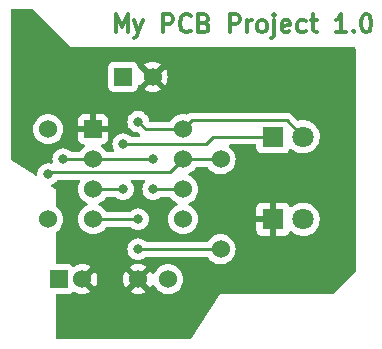
<source format=gbr>
%TF.GenerationSoftware,KiCad,Pcbnew,(6.0.7)*%
%TF.CreationDate,2022-09-05T15:15:59+09:00*%
%TF.ProjectId,IC555Demo,49433535-3544-4656-9d6f-2e6b69636164,rev?*%
%TF.SameCoordinates,Original*%
%TF.FileFunction,Copper,L1,Top*%
%TF.FilePolarity,Positive*%
%FSLAX46Y46*%
G04 Gerber Fmt 4.6, Leading zero omitted, Abs format (unit mm)*
G04 Created by KiCad (PCBNEW (6.0.7)) date 2022-09-05 15:15:59*
%MOMM*%
%LPD*%
G01*
G04 APERTURE LIST*
%ADD10C,0.300000*%
%TA.AperFunction,NonConductor*%
%ADD11C,0.300000*%
%TD*%
%TA.AperFunction,ComponentPad*%
%ADD12R,1.524000X1.524000*%
%TD*%
%TA.AperFunction,ComponentPad*%
%ADD13C,1.524000*%
%TD*%
%TA.AperFunction,ComponentPad*%
%ADD14R,1.800000X1.800000*%
%TD*%
%TA.AperFunction,ComponentPad*%
%ADD15C,1.800000*%
%TD*%
%TA.AperFunction,ViaPad*%
%ADD16C,0.800000*%
%TD*%
%TA.AperFunction,Conductor*%
%ADD17C,0.250000*%
%TD*%
G04 APERTURE END LIST*
D10*
D11*
X153044285Y-58463571D02*
X153044285Y-56963571D01*
X153544285Y-58035000D01*
X154044285Y-56963571D01*
X154044285Y-58463571D01*
X154615714Y-57463571D02*
X154972857Y-58463571D01*
X155330000Y-57463571D02*
X154972857Y-58463571D01*
X154830000Y-58820714D01*
X154758571Y-58892142D01*
X154615714Y-58963571D01*
X157044285Y-58463571D02*
X157044285Y-56963571D01*
X157615714Y-56963571D01*
X157758571Y-57035000D01*
X157830000Y-57106428D01*
X157901428Y-57249285D01*
X157901428Y-57463571D01*
X157830000Y-57606428D01*
X157758571Y-57677857D01*
X157615714Y-57749285D01*
X157044285Y-57749285D01*
X159401428Y-58320714D02*
X159330000Y-58392142D01*
X159115714Y-58463571D01*
X158972857Y-58463571D01*
X158758571Y-58392142D01*
X158615714Y-58249285D01*
X158544285Y-58106428D01*
X158472857Y-57820714D01*
X158472857Y-57606428D01*
X158544285Y-57320714D01*
X158615714Y-57177857D01*
X158758571Y-57035000D01*
X158972857Y-56963571D01*
X159115714Y-56963571D01*
X159330000Y-57035000D01*
X159401428Y-57106428D01*
X160544285Y-57677857D02*
X160758571Y-57749285D01*
X160830000Y-57820714D01*
X160901428Y-57963571D01*
X160901428Y-58177857D01*
X160830000Y-58320714D01*
X160758571Y-58392142D01*
X160615714Y-58463571D01*
X160044285Y-58463571D01*
X160044285Y-56963571D01*
X160544285Y-56963571D01*
X160687142Y-57035000D01*
X160758571Y-57106428D01*
X160830000Y-57249285D01*
X160830000Y-57392142D01*
X160758571Y-57535000D01*
X160687142Y-57606428D01*
X160544285Y-57677857D01*
X160044285Y-57677857D01*
X162687142Y-58463571D02*
X162687142Y-56963571D01*
X163258571Y-56963571D01*
X163401428Y-57035000D01*
X163472857Y-57106428D01*
X163544285Y-57249285D01*
X163544285Y-57463571D01*
X163472857Y-57606428D01*
X163401428Y-57677857D01*
X163258571Y-57749285D01*
X162687142Y-57749285D01*
X164187142Y-58463571D02*
X164187142Y-57463571D01*
X164187142Y-57749285D02*
X164258571Y-57606428D01*
X164330000Y-57535000D01*
X164472857Y-57463571D01*
X164615714Y-57463571D01*
X165330000Y-58463571D02*
X165187142Y-58392142D01*
X165115714Y-58320714D01*
X165044285Y-58177857D01*
X165044285Y-57749285D01*
X165115714Y-57606428D01*
X165187142Y-57535000D01*
X165330000Y-57463571D01*
X165544285Y-57463571D01*
X165687142Y-57535000D01*
X165758571Y-57606428D01*
X165830000Y-57749285D01*
X165830000Y-58177857D01*
X165758571Y-58320714D01*
X165687142Y-58392142D01*
X165544285Y-58463571D01*
X165330000Y-58463571D01*
X166472857Y-57463571D02*
X166472857Y-58749285D01*
X166401428Y-58892142D01*
X166258571Y-58963571D01*
X166187142Y-58963571D01*
X166472857Y-56963571D02*
X166401428Y-57035000D01*
X166472857Y-57106428D01*
X166544285Y-57035000D01*
X166472857Y-56963571D01*
X166472857Y-57106428D01*
X167758571Y-58392142D02*
X167615714Y-58463571D01*
X167330000Y-58463571D01*
X167187142Y-58392142D01*
X167115714Y-58249285D01*
X167115714Y-57677857D01*
X167187142Y-57535000D01*
X167330000Y-57463571D01*
X167615714Y-57463571D01*
X167758571Y-57535000D01*
X167830000Y-57677857D01*
X167830000Y-57820714D01*
X167115714Y-57963571D01*
X169115714Y-58392142D02*
X168972857Y-58463571D01*
X168687142Y-58463571D01*
X168544285Y-58392142D01*
X168472857Y-58320714D01*
X168401428Y-58177857D01*
X168401428Y-57749285D01*
X168472857Y-57606428D01*
X168544285Y-57535000D01*
X168687142Y-57463571D01*
X168972857Y-57463571D01*
X169115714Y-57535000D01*
X169544285Y-57463571D02*
X170115714Y-57463571D01*
X169758571Y-56963571D02*
X169758571Y-58249285D01*
X169830000Y-58392142D01*
X169972857Y-58463571D01*
X170115714Y-58463571D01*
X172544285Y-58463571D02*
X171687142Y-58463571D01*
X172115714Y-58463571D02*
X172115714Y-56963571D01*
X171972857Y-57177857D01*
X171830000Y-57320714D01*
X171687142Y-57392142D01*
X173187142Y-58320714D02*
X173258571Y-58392142D01*
X173187142Y-58463571D01*
X173115714Y-58392142D01*
X173187142Y-58320714D01*
X173187142Y-58463571D01*
X174187142Y-56963571D02*
X174330000Y-56963571D01*
X174472857Y-57035000D01*
X174544285Y-57106428D01*
X174615714Y-57249285D01*
X174687142Y-57535000D01*
X174687142Y-57892142D01*
X174615714Y-58177857D01*
X174544285Y-58320714D01*
X174472857Y-58392142D01*
X174330000Y-58463571D01*
X174187142Y-58463571D01*
X174044285Y-58392142D01*
X173972857Y-58320714D01*
X173901428Y-58177857D01*
X173830000Y-57892142D01*
X173830000Y-57535000D01*
X173901428Y-57249285D01*
X173972857Y-57106428D01*
X174044285Y-57035000D01*
X174187142Y-56963571D01*
D12*
%TO.P,U1,1,GND*%
%TO.N,GND*%
X151130000Y-66675000D03*
D13*
%TO.P,U1,2,TRIGGER*%
%TO.N,Net-(C2-Pad1)*%
X151130000Y-69215000D03*
%TO.P,U1,3,OUTPUT*%
%TO.N,Net-(D1-Pad2)*%
X151130000Y-71755000D03*
%TO.P,U1,4,RESET*%
%TO.N,+5V*%
X151130000Y-74295000D03*
%TO.P,U1,5,CONTROL_VOLTAGE*%
%TO.N,Net-(C1-Pad1)*%
X158750000Y-74295000D03*
%TO.P,U1,6,THRESHOLD*%
%TO.N,Net-(C2-Pad1)*%
X158750000Y-71755000D03*
%TO.P,U1,7,DISCHARGE*%
%TO.N,Net-(R1-Pad2)*%
X158750000Y-69215000D03*
%TO.P,U1,8,VCC*%
%TO.N,+5V*%
X158750000Y-66675000D03*
%TD*%
%TO.P,R2,1*%
%TO.N,Net-(R1-Pad2)*%
X147320000Y-66675000D03*
%TO.P,R2,2*%
%TO.N,Net-(C2-Pad1)*%
X147320000Y-74295000D03*
%TD*%
D12*
%TO.P,C2,1*%
%TO.N,Net-(C2-Pad1)*%
X148225000Y-79375000D03*
D13*
%TO.P,C2,2*%
%TO.N,GND*%
X150225000Y-79375000D03*
%TD*%
D14*
%TO.P,D1,1*%
%TO.N,GND*%
X166365000Y-74295000D03*
D15*
%TO.P,D1,2*%
%TO.N,Net-(D1-Pad2)*%
X168905000Y-74295000D03*
%TD*%
D13*
%TO.P,R1,1*%
%TO.N,+5V*%
X161925000Y-76835000D03*
%TO.P,R1,2*%
%TO.N,Net-(R1-Pad2)*%
X161925000Y-69215000D03*
%TD*%
%TO.P,C1,1*%
%TO.N,Net-(C1-Pad1)*%
X157480000Y-79375000D03*
%TO.P,C1,2*%
%TO.N,GND*%
X154940000Y-79375000D03*
%TD*%
D14*
%TO.P,D2,1*%
%TO.N,Net-(D1-Pad2)*%
X166370000Y-67310000D03*
D15*
%TO.P,D2,2*%
%TO.N,+5V*%
X168910000Y-67310000D03*
%TD*%
D12*
%TO.P,J1,1*%
%TO.N,+5V*%
X153670000Y-62230000D03*
D13*
%TO.P,J1,2*%
%TO.N,GND*%
X156170000Y-62230000D03*
%TD*%
D16*
%TO.N,Net-(C2-Pad1)*%
X156210000Y-69215000D03*
X156210000Y-71755000D03*
X148590000Y-69215000D03*
%TO.N,Net-(D1-Pad2)*%
X153670000Y-67945000D03*
X153670000Y-71755000D03*
%TO.N,+5V*%
X154940000Y-76835000D03*
X154940000Y-66040000D03*
X154940000Y-74295000D03*
%TO.N,Net-(R1-Pad2)*%
X147320000Y-70485000D03*
%TD*%
D17*
%TO.N,Net-(C2-Pad1)*%
X148590000Y-69215000D02*
X151130000Y-69215000D01*
X156210000Y-71755000D02*
X158750000Y-71755000D01*
X151130000Y-69215000D02*
X156210000Y-69215000D01*
%TO.N,Net-(D1-Pad2)*%
X161290000Y-67310000D02*
X166370000Y-67310000D01*
X160655000Y-67945000D02*
X161290000Y-67310000D01*
X153670000Y-67945000D02*
X160655000Y-67945000D01*
X153670000Y-71755000D02*
X151130000Y-71755000D01*
%TO.N,+5V*%
X161925000Y-76835000D02*
X154940000Y-76835000D01*
X155575000Y-66675000D02*
X158750000Y-66675000D01*
X167513001Y-65913001D02*
X159511999Y-65913001D01*
X151130000Y-74295000D02*
X154940000Y-74295000D01*
X168910000Y-67310000D02*
X167513001Y-65913001D01*
X159511999Y-65913001D02*
X158750000Y-66675000D01*
X154940000Y-66040000D02*
X155575000Y-66675000D01*
%TO.N,Net-(R1-Pad2)*%
X147503000Y-70302000D02*
X147320000Y-70485000D01*
X158750000Y-69215000D02*
X157663000Y-70302000D01*
X161925000Y-69215000D02*
X158750000Y-69215000D01*
X157663000Y-70302000D02*
X147503000Y-70302000D01*
%TD*%
%TA.AperFunction,Conductor*%
%TO.N,GND*%
G36*
X146065931Y-56535002D02*
G01*
X146086905Y-56551905D01*
X149225000Y-59690000D01*
X151947895Y-59690000D01*
X152016016Y-59710002D01*
X152028643Y-59719455D01*
X152028643Y-59726000D01*
X173229000Y-59726000D01*
X173297121Y-59746002D01*
X173343614Y-59799658D01*
X173355000Y-59852000D01*
X173355000Y-78687810D01*
X173334998Y-78755931D01*
X173318095Y-78776905D01*
X171486905Y-80608095D01*
X171424593Y-80642121D01*
X171397810Y-80645000D01*
X161925000Y-80645000D01*
X161917782Y-80655827D01*
X161917781Y-80655828D01*
X159422405Y-84398892D01*
X159367976Y-84444477D01*
X159317567Y-84455000D01*
X148081000Y-84455000D01*
X148012879Y-84434998D01*
X147966386Y-84381342D01*
X147955000Y-84329000D01*
X147955000Y-80771500D01*
X147975002Y-80703379D01*
X148028658Y-80656886D01*
X148081000Y-80645500D01*
X149035134Y-80645500D01*
X149097316Y-80638745D01*
X149233705Y-80587615D01*
X149350261Y-80500261D01*
X149369198Y-80474993D01*
X149426057Y-80432480D01*
X149496875Y-80427455D01*
X149542295Y-80447347D01*
X149583072Y-80475900D01*
X149592561Y-80481379D01*
X149783993Y-80570645D01*
X149794285Y-80574391D01*
X149998309Y-80629059D01*
X150009104Y-80630962D01*
X150219525Y-80649372D01*
X150230475Y-80649372D01*
X150440896Y-80630962D01*
X150451691Y-80629059D01*
X150655715Y-80574391D01*
X150666007Y-80570645D01*
X150857445Y-80481376D01*
X150866931Y-80475898D01*
X150910764Y-80445207D01*
X150919139Y-80434729D01*
X150918639Y-80433777D01*
X154245777Y-80433777D01*
X154255074Y-80445793D01*
X154298069Y-80475898D01*
X154307555Y-80481376D01*
X154498993Y-80570645D01*
X154509285Y-80574391D01*
X154713309Y-80629059D01*
X154724104Y-80630962D01*
X154934525Y-80649372D01*
X154945475Y-80649372D01*
X155155896Y-80630962D01*
X155166691Y-80629059D01*
X155370715Y-80574391D01*
X155381007Y-80570645D01*
X155572445Y-80481376D01*
X155581931Y-80475898D01*
X155625764Y-80445207D01*
X155634139Y-80434729D01*
X155627071Y-80421281D01*
X154952812Y-79747022D01*
X154938868Y-79739408D01*
X154937035Y-79739539D01*
X154930420Y-79743790D01*
X154252207Y-80422003D01*
X154245777Y-80433777D01*
X150918639Y-80433777D01*
X150912071Y-80421281D01*
X149954885Y-79464095D01*
X149920859Y-79401783D01*
X149922694Y-79376132D01*
X150589408Y-79376132D01*
X150589539Y-79377965D01*
X150593790Y-79384580D01*
X151272003Y-80062793D01*
X151283777Y-80069223D01*
X151295793Y-80059926D01*
X151325897Y-80016932D01*
X151331377Y-80007441D01*
X151420645Y-79816007D01*
X151424391Y-79805715D01*
X151479059Y-79601691D01*
X151480962Y-79590896D01*
X151499372Y-79380475D01*
X153665628Y-79380475D01*
X153684038Y-79590896D01*
X153685941Y-79601691D01*
X153740609Y-79805715D01*
X153744355Y-79816007D01*
X153833623Y-80007441D01*
X153839103Y-80016932D01*
X153869794Y-80060765D01*
X153880271Y-80069140D01*
X153893718Y-80062072D01*
X154567978Y-79387812D01*
X154574356Y-79376132D01*
X155304408Y-79376132D01*
X155304539Y-79377965D01*
X155308790Y-79384580D01*
X155987003Y-80062793D01*
X155998777Y-80069223D01*
X156010793Y-80059926D01*
X156040897Y-80016932D01*
X156046377Y-80007441D01*
X156095529Y-79902035D01*
X156142447Y-79848750D01*
X156210724Y-79829289D01*
X156278684Y-79849831D01*
X156323919Y-79902035D01*
X156373186Y-80007689D01*
X156373189Y-80007694D01*
X156375512Y-80012676D01*
X156378668Y-80017183D01*
X156378669Y-80017185D01*
X156415107Y-80069223D01*
X156503023Y-80194781D01*
X156660219Y-80351977D01*
X156664727Y-80355134D01*
X156664730Y-80355136D01*
X156705531Y-80383705D01*
X156842323Y-80479488D01*
X156847305Y-80481811D01*
X156847310Y-80481814D01*
X157037810Y-80570645D01*
X157043804Y-80573440D01*
X157049112Y-80574862D01*
X157049114Y-80574863D01*
X157096705Y-80587615D01*
X157258537Y-80630978D01*
X157480000Y-80650353D01*
X157701463Y-80630978D01*
X157863295Y-80587615D01*
X157910886Y-80574863D01*
X157910888Y-80574862D01*
X157916196Y-80573440D01*
X157922190Y-80570645D01*
X158112690Y-80481814D01*
X158112695Y-80481811D01*
X158117677Y-80479488D01*
X158254469Y-80383705D01*
X158295270Y-80355136D01*
X158295273Y-80355134D01*
X158299781Y-80351977D01*
X158456977Y-80194781D01*
X158544894Y-80069223D01*
X158581331Y-80017185D01*
X158581332Y-80017183D01*
X158584488Y-80012676D01*
X158586811Y-80007694D01*
X158586814Y-80007689D01*
X158676117Y-79816178D01*
X158676118Y-79816177D01*
X158678440Y-79811196D01*
X158735978Y-79596463D01*
X158755353Y-79375000D01*
X158735978Y-79153537D01*
X158678440Y-78938804D01*
X158593165Y-78755931D01*
X158586814Y-78742311D01*
X158586811Y-78742306D01*
X158584488Y-78737324D01*
X158581331Y-78732815D01*
X158460136Y-78559730D01*
X158460134Y-78559727D01*
X158456977Y-78555219D01*
X158299781Y-78398023D01*
X158295273Y-78394866D01*
X158295270Y-78394864D01*
X158219505Y-78341813D01*
X158117677Y-78270512D01*
X158112695Y-78268189D01*
X158112690Y-78268186D01*
X157921178Y-78178883D01*
X157921177Y-78178882D01*
X157916196Y-78176560D01*
X157910888Y-78175138D01*
X157910886Y-78175137D01*
X157845051Y-78157497D01*
X157701463Y-78119022D01*
X157480000Y-78099647D01*
X157258537Y-78119022D01*
X157114949Y-78157497D01*
X157049114Y-78175137D01*
X157049112Y-78175138D01*
X157043804Y-78176560D01*
X157038823Y-78178882D01*
X157038822Y-78178883D01*
X156847311Y-78268186D01*
X156847306Y-78268189D01*
X156842324Y-78270512D01*
X156837817Y-78273668D01*
X156837815Y-78273669D01*
X156664730Y-78394864D01*
X156664727Y-78394866D01*
X156660219Y-78398023D01*
X156503023Y-78555219D01*
X156499866Y-78559727D01*
X156499864Y-78559730D01*
X156378669Y-78732815D01*
X156375512Y-78737324D01*
X156373189Y-78742306D01*
X156373186Y-78742311D01*
X156323919Y-78847965D01*
X156277001Y-78901250D01*
X156208724Y-78920711D01*
X156140764Y-78900169D01*
X156095529Y-78847965D01*
X156046377Y-78742559D01*
X156040897Y-78733068D01*
X156010206Y-78689235D01*
X155999729Y-78680860D01*
X155986282Y-78687928D01*
X155312022Y-79362188D01*
X155304408Y-79376132D01*
X154574356Y-79376132D01*
X154575592Y-79373868D01*
X154575461Y-79372035D01*
X154571210Y-79365420D01*
X153892997Y-78687207D01*
X153881223Y-78680777D01*
X153869207Y-78690074D01*
X153839103Y-78733068D01*
X153833623Y-78742559D01*
X153744355Y-78933993D01*
X153740609Y-78944285D01*
X153685941Y-79148309D01*
X153684038Y-79159104D01*
X153665628Y-79369525D01*
X153665628Y-79380475D01*
X151499372Y-79380475D01*
X151499372Y-79369525D01*
X151480962Y-79159104D01*
X151479059Y-79148309D01*
X151424391Y-78944285D01*
X151420645Y-78933993D01*
X151331377Y-78742559D01*
X151325897Y-78733068D01*
X151295206Y-78689235D01*
X151284729Y-78680860D01*
X151271282Y-78687928D01*
X150597022Y-79362188D01*
X150589408Y-79376132D01*
X149922694Y-79376132D01*
X149925924Y-79330968D01*
X149954885Y-79285905D01*
X150912793Y-78327997D01*
X150919223Y-78316223D01*
X150918486Y-78315271D01*
X154245860Y-78315271D01*
X154252928Y-78328718D01*
X154927188Y-79002978D01*
X154941132Y-79010592D01*
X154942965Y-79010461D01*
X154949580Y-79006210D01*
X155627793Y-78327997D01*
X155634223Y-78316223D01*
X155624926Y-78304207D01*
X155581931Y-78274102D01*
X155572445Y-78268624D01*
X155381007Y-78179355D01*
X155370715Y-78175609D01*
X155166691Y-78120941D01*
X155155896Y-78119038D01*
X154945475Y-78100628D01*
X154934525Y-78100628D01*
X154724104Y-78119038D01*
X154713309Y-78120941D01*
X154509285Y-78175609D01*
X154498993Y-78179355D01*
X154307559Y-78268623D01*
X154298068Y-78274103D01*
X154254235Y-78304794D01*
X154245860Y-78315271D01*
X150918486Y-78315271D01*
X150909926Y-78304207D01*
X150866931Y-78274102D01*
X150857445Y-78268624D01*
X150666007Y-78179355D01*
X150655715Y-78175609D01*
X150451691Y-78120941D01*
X150440896Y-78119038D01*
X150230475Y-78100628D01*
X150219525Y-78100628D01*
X150009104Y-78119038D01*
X149998309Y-78120941D01*
X149794285Y-78175609D01*
X149783993Y-78179355D01*
X149592556Y-78268624D01*
X149583072Y-78274101D01*
X149542292Y-78302654D01*
X149475018Y-78325341D01*
X149406158Y-78308055D01*
X149369199Y-78275008D01*
X149350261Y-78249739D01*
X149233705Y-78162385D01*
X149097316Y-78111255D01*
X149035134Y-78104500D01*
X148081000Y-78104500D01*
X148012879Y-78084498D01*
X147966386Y-78030842D01*
X147955000Y-77978500D01*
X147955000Y-76835000D01*
X154026496Y-76835000D01*
X154046458Y-77024928D01*
X154105473Y-77206556D01*
X154200960Y-77371944D01*
X154328747Y-77513866D01*
X154483248Y-77626118D01*
X154489276Y-77628802D01*
X154489278Y-77628803D01*
X154547626Y-77654781D01*
X154657712Y-77703794D01*
X154751113Y-77723647D01*
X154838056Y-77742128D01*
X154838061Y-77742128D01*
X154844513Y-77743500D01*
X155035487Y-77743500D01*
X155041939Y-77742128D01*
X155041944Y-77742128D01*
X155128887Y-77723647D01*
X155222288Y-77703794D01*
X155332374Y-77654781D01*
X155390722Y-77628803D01*
X155390724Y-77628802D01*
X155396752Y-77626118D01*
X155551253Y-77513866D01*
X155555668Y-77508963D01*
X155560580Y-77504540D01*
X155561705Y-77505789D01*
X155615014Y-77472949D01*
X155648200Y-77468500D01*
X160751996Y-77468500D01*
X160820117Y-77488502D01*
X160855209Y-77522229D01*
X160948023Y-77654781D01*
X161105219Y-77811977D01*
X161109727Y-77815134D01*
X161109730Y-77815136D01*
X161185495Y-77868187D01*
X161287323Y-77939488D01*
X161292305Y-77941811D01*
X161292310Y-77941814D01*
X161483822Y-78031117D01*
X161488804Y-78033440D01*
X161494112Y-78034862D01*
X161494114Y-78034863D01*
X161559949Y-78052503D01*
X161703537Y-78090978D01*
X161925000Y-78110353D01*
X162146463Y-78090978D01*
X162290051Y-78052503D01*
X162355886Y-78034863D01*
X162355888Y-78034862D01*
X162361196Y-78033440D01*
X162366178Y-78031117D01*
X162557690Y-77941814D01*
X162557695Y-77941811D01*
X162562677Y-77939488D01*
X162664505Y-77868187D01*
X162740270Y-77815136D01*
X162740273Y-77815134D01*
X162744781Y-77811977D01*
X162901977Y-77654781D01*
X162997931Y-77517745D01*
X163026331Y-77477185D01*
X163026332Y-77477183D01*
X163029488Y-77472676D01*
X163031811Y-77467694D01*
X163031814Y-77467689D01*
X163121117Y-77276178D01*
X163121118Y-77276177D01*
X163123440Y-77271196D01*
X163180978Y-77056463D01*
X163200353Y-76835000D01*
X163180978Y-76613537D01*
X163123440Y-76398804D01*
X163079127Y-76303774D01*
X163031814Y-76202311D01*
X163031811Y-76202306D01*
X163029488Y-76197324D01*
X163026331Y-76192815D01*
X162905136Y-76019730D01*
X162905134Y-76019727D01*
X162901977Y-76015219D01*
X162744781Y-75858023D01*
X162740273Y-75854866D01*
X162740270Y-75854864D01*
X162664505Y-75801813D01*
X162562677Y-75730512D01*
X162557695Y-75728189D01*
X162557690Y-75728186D01*
X162366178Y-75638883D01*
X162366177Y-75638882D01*
X162361196Y-75636560D01*
X162355888Y-75635138D01*
X162355886Y-75635137D01*
X162290051Y-75617497D01*
X162146463Y-75579022D01*
X161925000Y-75559647D01*
X161703537Y-75579022D01*
X161559949Y-75617497D01*
X161494114Y-75635137D01*
X161494112Y-75635138D01*
X161488804Y-75636560D01*
X161483823Y-75638882D01*
X161483822Y-75638883D01*
X161292311Y-75728186D01*
X161292306Y-75728189D01*
X161287324Y-75730512D01*
X161282817Y-75733668D01*
X161282815Y-75733669D01*
X161109730Y-75854864D01*
X161109727Y-75854866D01*
X161105219Y-75858023D01*
X160948023Y-76015219D01*
X160944866Y-76019727D01*
X160944864Y-76019730D01*
X160855209Y-76147771D01*
X160799752Y-76192099D01*
X160751996Y-76201500D01*
X155648200Y-76201500D01*
X155580079Y-76181498D01*
X155560853Y-76165157D01*
X155560580Y-76165460D01*
X155555668Y-76161037D01*
X155551253Y-76156134D01*
X155396752Y-76043882D01*
X155390724Y-76041198D01*
X155390722Y-76041197D01*
X155228319Y-75968891D01*
X155228318Y-75968891D01*
X155222288Y-75966206D01*
X155128888Y-75946353D01*
X155041944Y-75927872D01*
X155041939Y-75927872D01*
X155035487Y-75926500D01*
X154844513Y-75926500D01*
X154838061Y-75927872D01*
X154838056Y-75927872D01*
X154751112Y-75946353D01*
X154657712Y-75966206D01*
X154651682Y-75968891D01*
X154651681Y-75968891D01*
X154489278Y-76041197D01*
X154489276Y-76041198D01*
X154483248Y-76043882D01*
X154328747Y-76156134D01*
X154200960Y-76298056D01*
X154105473Y-76463444D01*
X154046458Y-76645072D01*
X154026496Y-76835000D01*
X147955000Y-76835000D01*
X147955000Y-75466954D01*
X147975002Y-75398833D01*
X148008729Y-75363741D01*
X148135270Y-75275136D01*
X148135273Y-75275134D01*
X148139781Y-75271977D01*
X148296977Y-75114781D01*
X148392931Y-74977745D01*
X148421331Y-74937185D01*
X148421332Y-74937183D01*
X148424488Y-74932676D01*
X148426811Y-74927694D01*
X148426814Y-74927689D01*
X148516117Y-74736178D01*
X148516118Y-74736177D01*
X148518440Y-74731196D01*
X148575978Y-74516463D01*
X148595353Y-74295000D01*
X148575978Y-74073537D01*
X148518440Y-73858804D01*
X148516117Y-73853822D01*
X148426814Y-73662311D01*
X148426811Y-73662306D01*
X148424488Y-73657324D01*
X148395647Y-73616134D01*
X148300136Y-73479730D01*
X148300134Y-73479727D01*
X148296977Y-73475219D01*
X148139781Y-73318023D01*
X148135273Y-73314866D01*
X148135270Y-73314864D01*
X148008729Y-73226259D01*
X147964401Y-73170802D01*
X147955000Y-73123046D01*
X147955000Y-71755000D01*
X147944173Y-71747782D01*
X147944172Y-71747781D01*
X147643281Y-71547187D01*
X147597696Y-71492758D01*
X147588774Y-71422324D01*
X147619349Y-71358248D01*
X147661925Y-71327242D01*
X147770719Y-71278805D01*
X147770726Y-71278801D01*
X147776752Y-71276118D01*
X147931253Y-71163866D01*
X147969400Y-71121500D01*
X148054619Y-71026854D01*
X148059040Y-71021944D01*
X148062339Y-71016229D01*
X148062344Y-71016223D01*
X148072576Y-70998500D01*
X148123959Y-70949507D01*
X148181695Y-70935500D01*
X149912803Y-70935500D01*
X149980924Y-70955502D01*
X150027417Y-71009158D01*
X150037521Y-71079432D01*
X150024560Y-71116880D01*
X150025512Y-71117324D01*
X149931560Y-71318804D01*
X149874022Y-71533537D01*
X149854647Y-71755000D01*
X149874022Y-71976463D01*
X149931560Y-72191196D01*
X149933882Y-72196177D01*
X149933883Y-72196178D01*
X150023186Y-72387689D01*
X150023189Y-72387694D01*
X150025512Y-72392676D01*
X150028668Y-72397183D01*
X150028669Y-72397185D01*
X150057070Y-72437745D01*
X150153023Y-72574781D01*
X150310219Y-72731977D01*
X150314727Y-72735134D01*
X150314730Y-72735136D01*
X150390495Y-72788187D01*
X150492323Y-72859488D01*
X150497305Y-72861811D01*
X150497310Y-72861814D01*
X150602373Y-72910805D01*
X150655658Y-72957722D01*
X150675119Y-73025999D01*
X150654577Y-73093959D01*
X150602373Y-73139195D01*
X150497311Y-73188186D01*
X150497306Y-73188189D01*
X150492324Y-73190512D01*
X150487817Y-73193668D01*
X150487815Y-73193669D01*
X150314730Y-73314864D01*
X150314727Y-73314866D01*
X150310219Y-73318023D01*
X150153023Y-73475219D01*
X150149866Y-73479727D01*
X150149864Y-73479730D01*
X150054353Y-73616134D01*
X150025512Y-73657324D01*
X150023189Y-73662306D01*
X150023186Y-73662311D01*
X149933883Y-73853822D01*
X149931560Y-73858804D01*
X149874022Y-74073537D01*
X149854647Y-74295000D01*
X149874022Y-74516463D01*
X149931560Y-74731196D01*
X149933882Y-74736177D01*
X149933883Y-74736178D01*
X150023186Y-74927689D01*
X150023189Y-74927694D01*
X150025512Y-74932676D01*
X150028668Y-74937183D01*
X150028669Y-74937185D01*
X150057070Y-74977745D01*
X150153023Y-75114781D01*
X150310219Y-75271977D01*
X150314727Y-75275134D01*
X150314730Y-75275136D01*
X150342208Y-75294376D01*
X150492323Y-75399488D01*
X150497305Y-75401811D01*
X150497310Y-75401814D01*
X150688822Y-75491117D01*
X150693804Y-75493440D01*
X150699112Y-75494862D01*
X150699114Y-75494863D01*
X150740652Y-75505993D01*
X150908537Y-75550978D01*
X151130000Y-75570353D01*
X151351463Y-75550978D01*
X151519348Y-75505993D01*
X151560886Y-75494863D01*
X151560888Y-75494862D01*
X151566196Y-75493440D01*
X151571178Y-75491117D01*
X151762690Y-75401814D01*
X151762695Y-75401811D01*
X151767677Y-75399488D01*
X151917792Y-75294376D01*
X151945270Y-75275136D01*
X151945273Y-75275134D01*
X151949781Y-75271977D01*
X152106977Y-75114781D01*
X152199791Y-74982229D01*
X152255248Y-74937901D01*
X152303004Y-74928500D01*
X154231800Y-74928500D01*
X154299921Y-74948502D01*
X154319147Y-74964843D01*
X154319420Y-74964540D01*
X154324332Y-74968963D01*
X154328747Y-74973866D01*
X154483248Y-75086118D01*
X154489276Y-75088802D01*
X154489278Y-75088803D01*
X154651681Y-75161109D01*
X154657712Y-75163794D01*
X154751113Y-75183647D01*
X154838056Y-75202128D01*
X154838061Y-75202128D01*
X154844513Y-75203500D01*
X155035487Y-75203500D01*
X155041939Y-75202128D01*
X155041944Y-75202128D01*
X155128887Y-75183647D01*
X155222288Y-75163794D01*
X155228319Y-75161109D01*
X155390722Y-75088803D01*
X155390724Y-75088802D01*
X155396752Y-75086118D01*
X155551253Y-74973866D01*
X155679040Y-74831944D01*
X155774527Y-74666556D01*
X155833542Y-74484928D01*
X155853504Y-74295000D01*
X155833542Y-74105072D01*
X155774527Y-73923444D01*
X155679040Y-73758056D01*
X155551253Y-73616134D01*
X155396752Y-73503882D01*
X155390724Y-73501198D01*
X155390722Y-73501197D01*
X155228319Y-73428891D01*
X155228318Y-73428891D01*
X155222288Y-73426206D01*
X155125176Y-73405564D01*
X155041944Y-73387872D01*
X155041939Y-73387872D01*
X155035487Y-73386500D01*
X154844513Y-73386500D01*
X154838061Y-73387872D01*
X154838056Y-73387872D01*
X154754824Y-73405564D01*
X154657712Y-73426206D01*
X154651682Y-73428891D01*
X154651681Y-73428891D01*
X154489278Y-73501197D01*
X154489276Y-73501198D01*
X154483248Y-73503882D01*
X154328747Y-73616134D01*
X154324332Y-73621037D01*
X154319420Y-73625460D01*
X154318295Y-73624211D01*
X154264986Y-73657051D01*
X154231800Y-73661500D01*
X152303004Y-73661500D01*
X152234883Y-73641498D01*
X152199791Y-73607771D01*
X152110136Y-73479730D01*
X152110134Y-73479727D01*
X152106977Y-73475219D01*
X151949781Y-73318023D01*
X151945273Y-73314866D01*
X151945270Y-73314864D01*
X151818729Y-73226259D01*
X151767677Y-73190512D01*
X151762695Y-73188189D01*
X151762690Y-73188186D01*
X151657627Y-73139195D01*
X151604342Y-73092278D01*
X151584881Y-73024001D01*
X151605423Y-72956041D01*
X151657627Y-72910805D01*
X151762690Y-72861814D01*
X151762695Y-72861811D01*
X151767677Y-72859488D01*
X151869505Y-72788187D01*
X151945270Y-72735136D01*
X151945273Y-72735134D01*
X151949781Y-72731977D01*
X152106977Y-72574781D01*
X152199791Y-72442229D01*
X152255248Y-72397901D01*
X152303004Y-72388500D01*
X152961800Y-72388500D01*
X153029921Y-72408502D01*
X153049147Y-72424843D01*
X153049420Y-72424540D01*
X153054332Y-72428963D01*
X153058747Y-72433866D01*
X153213248Y-72546118D01*
X153219276Y-72548802D01*
X153219278Y-72548803D01*
X153277626Y-72574781D01*
X153387712Y-72623794D01*
X153481113Y-72643647D01*
X153568056Y-72662128D01*
X153568061Y-72662128D01*
X153574513Y-72663500D01*
X153765487Y-72663500D01*
X153771939Y-72662128D01*
X153771944Y-72662128D01*
X153858887Y-72643647D01*
X153952288Y-72623794D01*
X154062374Y-72574781D01*
X154120722Y-72548803D01*
X154120724Y-72548802D01*
X154126752Y-72546118D01*
X154281253Y-72433866D01*
X154409040Y-72291944D01*
X154504527Y-72126556D01*
X154563542Y-71944928D01*
X154583504Y-71755000D01*
X154563542Y-71565072D01*
X154504527Y-71383444D01*
X154409040Y-71218056D01*
X154343987Y-71145808D01*
X154313272Y-71081803D01*
X154322035Y-71011350D01*
X154367498Y-70956818D01*
X154437625Y-70935500D01*
X155442375Y-70935500D01*
X155510496Y-70955502D01*
X155556989Y-71009158D01*
X155567093Y-71079432D01*
X155536012Y-71145808D01*
X155470960Y-71218056D01*
X155375473Y-71383444D01*
X155316458Y-71565072D01*
X155296496Y-71755000D01*
X155316458Y-71944928D01*
X155375473Y-72126556D01*
X155470960Y-72291944D01*
X155598747Y-72433866D01*
X155753248Y-72546118D01*
X155759276Y-72548802D01*
X155759278Y-72548803D01*
X155817626Y-72574781D01*
X155927712Y-72623794D01*
X156021113Y-72643647D01*
X156108056Y-72662128D01*
X156108061Y-72662128D01*
X156114513Y-72663500D01*
X156305487Y-72663500D01*
X156311939Y-72662128D01*
X156311944Y-72662128D01*
X156398887Y-72643647D01*
X156492288Y-72623794D01*
X156602374Y-72574781D01*
X156660722Y-72548803D01*
X156660724Y-72548802D01*
X156666752Y-72546118D01*
X156821253Y-72433866D01*
X156825668Y-72428963D01*
X156830580Y-72424540D01*
X156831705Y-72425789D01*
X156885014Y-72392949D01*
X156918200Y-72388500D01*
X157576996Y-72388500D01*
X157645117Y-72408502D01*
X157680209Y-72442229D01*
X157773023Y-72574781D01*
X157930219Y-72731977D01*
X157934727Y-72735134D01*
X157934730Y-72735136D01*
X158010495Y-72788187D01*
X158112323Y-72859488D01*
X158117305Y-72861811D01*
X158117310Y-72861814D01*
X158222373Y-72910805D01*
X158275658Y-72957722D01*
X158295119Y-73025999D01*
X158274577Y-73093959D01*
X158222373Y-73139195D01*
X158117311Y-73188186D01*
X158117306Y-73188189D01*
X158112324Y-73190512D01*
X158107817Y-73193668D01*
X158107815Y-73193669D01*
X157934730Y-73314864D01*
X157934727Y-73314866D01*
X157930219Y-73318023D01*
X157773023Y-73475219D01*
X157769866Y-73479727D01*
X157769864Y-73479730D01*
X157674353Y-73616134D01*
X157645512Y-73657324D01*
X157643189Y-73662306D01*
X157643186Y-73662311D01*
X157553883Y-73853822D01*
X157551560Y-73858804D01*
X157494022Y-74073537D01*
X157474647Y-74295000D01*
X157494022Y-74516463D01*
X157551560Y-74731196D01*
X157553882Y-74736177D01*
X157553883Y-74736178D01*
X157643186Y-74927689D01*
X157643189Y-74927694D01*
X157645512Y-74932676D01*
X157648668Y-74937183D01*
X157648669Y-74937185D01*
X157677070Y-74977745D01*
X157773023Y-75114781D01*
X157930219Y-75271977D01*
X157934727Y-75275134D01*
X157934730Y-75275136D01*
X157962208Y-75294376D01*
X158112323Y-75399488D01*
X158117305Y-75401811D01*
X158117310Y-75401814D01*
X158308822Y-75491117D01*
X158313804Y-75493440D01*
X158319112Y-75494862D01*
X158319114Y-75494863D01*
X158360652Y-75505993D01*
X158528537Y-75550978D01*
X158750000Y-75570353D01*
X158971463Y-75550978D01*
X159139348Y-75505993D01*
X159180886Y-75494863D01*
X159180888Y-75494862D01*
X159186196Y-75493440D01*
X159191178Y-75491117D01*
X159382690Y-75401814D01*
X159382695Y-75401811D01*
X159387677Y-75399488D01*
X159537792Y-75294376D01*
X159565270Y-75275136D01*
X159565273Y-75275134D01*
X159569781Y-75271977D01*
X159602089Y-75239669D01*
X164957001Y-75239669D01*
X164957371Y-75246490D01*
X164962895Y-75297352D01*
X164966521Y-75312604D01*
X165011676Y-75433054D01*
X165020214Y-75448649D01*
X165096715Y-75550724D01*
X165109276Y-75563285D01*
X165211351Y-75639786D01*
X165226946Y-75648324D01*
X165347394Y-75693478D01*
X165362649Y-75697105D01*
X165413514Y-75702631D01*
X165420328Y-75703000D01*
X166092885Y-75703000D01*
X166108124Y-75698525D01*
X166109329Y-75697135D01*
X166111000Y-75689452D01*
X166111000Y-75684884D01*
X166619000Y-75684884D01*
X166623475Y-75700123D01*
X166624865Y-75701328D01*
X166632548Y-75702999D01*
X167309669Y-75702999D01*
X167316490Y-75702629D01*
X167367352Y-75697105D01*
X167382604Y-75693479D01*
X167503054Y-75648324D01*
X167518649Y-75639786D01*
X167620724Y-75563285D01*
X167633285Y-75550724D01*
X167709786Y-75448649D01*
X167718324Y-75433054D01*
X167739773Y-75375840D01*
X167782415Y-75319075D01*
X167848977Y-75294376D01*
X167918325Y-75309584D01*
X167938240Y-75323126D01*
X168094349Y-75452730D01*
X168294322Y-75569584D01*
X168299147Y-75571426D01*
X168299148Y-75571427D01*
X168373665Y-75599883D01*
X168510694Y-75652209D01*
X168515760Y-75653240D01*
X168515761Y-75653240D01*
X168568846Y-75664040D01*
X168737656Y-75698385D01*
X168868324Y-75703176D01*
X168963949Y-75706683D01*
X168963953Y-75706683D01*
X168969113Y-75706872D01*
X168974233Y-75706216D01*
X168974235Y-75706216D01*
X169073668Y-75693478D01*
X169198847Y-75677442D01*
X169203795Y-75675957D01*
X169203802Y-75675956D01*
X169415747Y-75612369D01*
X169420690Y-75610886D01*
X169485733Y-75579022D01*
X169624049Y-75511262D01*
X169624052Y-75511260D01*
X169628684Y-75508991D01*
X169817243Y-75374494D01*
X169981303Y-75211005D01*
X170116458Y-75022917D01*
X170138782Y-74977749D01*
X170216784Y-74819922D01*
X170216785Y-74819920D01*
X170219078Y-74815280D01*
X170286408Y-74593671D01*
X170316640Y-74364041D01*
X170318327Y-74295000D01*
X170300570Y-74079016D01*
X170299773Y-74069318D01*
X170299772Y-74069312D01*
X170299349Y-74064167D01*
X170264002Y-73923444D01*
X170244184Y-73844544D01*
X170244183Y-73844540D01*
X170242925Y-73839533D01*
X170165514Y-73661500D01*
X170152630Y-73631868D01*
X170152628Y-73631865D01*
X170150570Y-73627131D01*
X170024764Y-73432665D01*
X170017639Y-73424834D01*
X169920448Y-73318023D01*
X169868887Y-73261358D01*
X169864836Y-73258159D01*
X169864832Y-73258155D01*
X169691177Y-73121011D01*
X169691172Y-73121008D01*
X169687123Y-73117810D01*
X169682607Y-73115317D01*
X169682604Y-73115315D01*
X169488879Y-73008373D01*
X169488875Y-73008371D01*
X169484355Y-73005876D01*
X169479486Y-73004152D01*
X169479482Y-73004150D01*
X169270903Y-72930288D01*
X169270899Y-72930287D01*
X169266028Y-72928562D01*
X169260935Y-72927655D01*
X169260932Y-72927654D01*
X169043095Y-72888851D01*
X169043089Y-72888850D01*
X169038006Y-72887945D01*
X168960644Y-72887000D01*
X168811581Y-72885179D01*
X168811579Y-72885179D01*
X168806411Y-72885116D01*
X168577464Y-72920150D01*
X168357314Y-72992106D01*
X168352726Y-72994494D01*
X168352722Y-72994496D01*
X168156659Y-73096560D01*
X168151872Y-73099052D01*
X168147739Y-73102155D01*
X168147736Y-73102157D01*
X167982448Y-73226259D01*
X167966655Y-73238117D01*
X167963083Y-73241855D01*
X167948787Y-73256815D01*
X167887263Y-73292245D01*
X167816351Y-73288788D01*
X167758564Y-73247543D01*
X167739711Y-73213994D01*
X167718324Y-73156946D01*
X167709786Y-73141351D01*
X167633285Y-73039276D01*
X167620724Y-73026715D01*
X167518649Y-72950214D01*
X167503054Y-72941676D01*
X167382606Y-72896522D01*
X167367351Y-72892895D01*
X167316486Y-72887369D01*
X167309672Y-72887000D01*
X166637115Y-72887000D01*
X166621876Y-72891475D01*
X166620671Y-72892865D01*
X166619000Y-72900548D01*
X166619000Y-75684884D01*
X166111000Y-75684884D01*
X166111000Y-74567115D01*
X166106525Y-74551876D01*
X166105135Y-74550671D01*
X166097452Y-74549000D01*
X164975116Y-74549000D01*
X164959877Y-74553475D01*
X164958672Y-74554865D01*
X164957001Y-74562548D01*
X164957001Y-75239669D01*
X159602089Y-75239669D01*
X159726977Y-75114781D01*
X159822931Y-74977745D01*
X159851331Y-74937185D01*
X159851332Y-74937183D01*
X159854488Y-74932676D01*
X159856811Y-74927694D01*
X159856814Y-74927689D01*
X159946117Y-74736178D01*
X159946118Y-74736177D01*
X159948440Y-74731196D01*
X160005978Y-74516463D01*
X160025353Y-74295000D01*
X160005978Y-74073537D01*
X159992406Y-74022885D01*
X164957000Y-74022885D01*
X164961475Y-74038124D01*
X164962865Y-74039329D01*
X164970548Y-74041000D01*
X166092885Y-74041000D01*
X166108124Y-74036525D01*
X166109329Y-74035135D01*
X166111000Y-74027452D01*
X166111000Y-72905116D01*
X166106525Y-72889877D01*
X166105135Y-72888672D01*
X166097452Y-72887001D01*
X165420331Y-72887001D01*
X165413510Y-72887371D01*
X165362648Y-72892895D01*
X165347396Y-72896521D01*
X165226946Y-72941676D01*
X165211351Y-72950214D01*
X165109276Y-73026715D01*
X165096715Y-73039276D01*
X165020214Y-73141351D01*
X165011676Y-73156946D01*
X164966522Y-73277394D01*
X164962895Y-73292649D01*
X164957369Y-73343514D01*
X164957000Y-73350328D01*
X164957000Y-74022885D01*
X159992406Y-74022885D01*
X159948440Y-73858804D01*
X159946117Y-73853822D01*
X159856814Y-73662311D01*
X159856811Y-73662306D01*
X159854488Y-73657324D01*
X159825647Y-73616134D01*
X159730136Y-73479730D01*
X159730134Y-73479727D01*
X159726977Y-73475219D01*
X159569781Y-73318023D01*
X159565273Y-73314866D01*
X159565270Y-73314864D01*
X159438729Y-73226259D01*
X159387677Y-73190512D01*
X159382695Y-73188189D01*
X159382690Y-73188186D01*
X159277627Y-73139195D01*
X159224342Y-73092278D01*
X159204881Y-73024001D01*
X159225423Y-72956041D01*
X159277627Y-72910805D01*
X159382690Y-72861814D01*
X159382695Y-72861811D01*
X159387677Y-72859488D01*
X159489505Y-72788187D01*
X159565270Y-72735136D01*
X159565273Y-72735134D01*
X159569781Y-72731977D01*
X159726977Y-72574781D01*
X159822931Y-72437745D01*
X159851331Y-72397185D01*
X159851332Y-72397183D01*
X159854488Y-72392676D01*
X159856811Y-72387694D01*
X159856814Y-72387689D01*
X159946117Y-72196178D01*
X159946118Y-72196177D01*
X159948440Y-72191196D01*
X160005978Y-71976463D01*
X160025353Y-71755000D01*
X160005978Y-71533537D01*
X159948440Y-71318804D01*
X159928535Y-71276118D01*
X159856814Y-71122311D01*
X159856811Y-71122306D01*
X159854488Y-71117324D01*
X159825647Y-71076134D01*
X159730136Y-70939730D01*
X159730134Y-70939727D01*
X159726977Y-70935219D01*
X159569781Y-70778023D01*
X159565273Y-70774866D01*
X159565270Y-70774864D01*
X159489505Y-70721813D01*
X159387677Y-70650512D01*
X159382695Y-70648189D01*
X159382690Y-70648186D01*
X159277627Y-70599195D01*
X159224342Y-70552278D01*
X159204881Y-70484001D01*
X159225423Y-70416041D01*
X159277627Y-70370805D01*
X159382690Y-70321814D01*
X159382695Y-70321811D01*
X159387677Y-70319488D01*
X159489505Y-70248187D01*
X159565270Y-70195136D01*
X159565273Y-70195134D01*
X159569781Y-70191977D01*
X159726977Y-70034781D01*
X159787703Y-69948056D01*
X159819791Y-69902229D01*
X159875248Y-69857901D01*
X159923004Y-69848500D01*
X160751996Y-69848500D01*
X160820117Y-69868502D01*
X160855209Y-69902229D01*
X160887298Y-69948056D01*
X160948023Y-70034781D01*
X161105219Y-70191977D01*
X161109727Y-70195134D01*
X161109730Y-70195136D01*
X161185495Y-70248187D01*
X161287323Y-70319488D01*
X161292305Y-70321811D01*
X161292310Y-70321814D01*
X161483822Y-70411117D01*
X161488804Y-70413440D01*
X161494112Y-70414862D01*
X161494114Y-70414863D01*
X161559949Y-70432503D01*
X161703537Y-70470978D01*
X161925000Y-70490353D01*
X162146463Y-70470978D01*
X162290051Y-70432503D01*
X162355886Y-70414863D01*
X162355888Y-70414862D01*
X162361196Y-70413440D01*
X162366178Y-70411117D01*
X162557690Y-70321814D01*
X162557695Y-70321811D01*
X162562677Y-70319488D01*
X162664505Y-70248187D01*
X162740270Y-70195136D01*
X162740273Y-70195134D01*
X162744781Y-70191977D01*
X162901977Y-70034781D01*
X162962703Y-69948056D01*
X163026331Y-69857185D01*
X163026332Y-69857183D01*
X163029488Y-69852676D01*
X163031811Y-69847694D01*
X163031814Y-69847689D01*
X163121117Y-69656178D01*
X163121118Y-69656177D01*
X163123440Y-69651196D01*
X163180978Y-69436463D01*
X163200353Y-69215000D01*
X163180978Y-68993537D01*
X163123440Y-68778804D01*
X163090876Y-68708971D01*
X163031814Y-68582311D01*
X163031811Y-68582306D01*
X163029488Y-68577324D01*
X163026092Y-68572474D01*
X162905136Y-68399730D01*
X162905134Y-68399727D01*
X162901977Y-68395219D01*
X162744781Y-68238023D01*
X162740273Y-68234866D01*
X162740270Y-68234864D01*
X162651509Y-68172713D01*
X162607181Y-68117256D01*
X162599872Y-68046636D01*
X162631903Y-67983276D01*
X162693104Y-67947291D01*
X162723780Y-67943500D01*
X164835500Y-67943500D01*
X164903621Y-67963502D01*
X164950114Y-68017158D01*
X164961500Y-68069500D01*
X164961500Y-68258134D01*
X164968255Y-68320316D01*
X165019385Y-68456705D01*
X165106739Y-68573261D01*
X165223295Y-68660615D01*
X165359684Y-68711745D01*
X165421866Y-68718500D01*
X167318134Y-68718500D01*
X167380316Y-68711745D01*
X167516705Y-68660615D01*
X167633261Y-68573261D01*
X167720615Y-68456705D01*
X167745180Y-68391178D01*
X167787822Y-68334414D01*
X167854383Y-68309714D01*
X167923732Y-68324921D01*
X167943647Y-68338464D01*
X168043300Y-68421197D01*
X168099349Y-68467730D01*
X168299322Y-68584584D01*
X168515694Y-68667209D01*
X168520760Y-68668240D01*
X168520761Y-68668240D01*
X168544885Y-68673148D01*
X168742656Y-68713385D01*
X168872089Y-68718131D01*
X168968949Y-68721683D01*
X168968953Y-68721683D01*
X168974113Y-68721872D01*
X168979233Y-68721216D01*
X168979235Y-68721216D01*
X169053166Y-68711745D01*
X169203847Y-68692442D01*
X169208795Y-68690957D01*
X169208802Y-68690956D01*
X169420747Y-68627369D01*
X169425690Y-68625886D01*
X169506236Y-68586427D01*
X169629049Y-68526262D01*
X169629052Y-68526260D01*
X169633684Y-68523991D01*
X169822243Y-68389494D01*
X169986303Y-68226005D01*
X170121458Y-68037917D01*
X170130977Y-68018658D01*
X170221784Y-67834922D01*
X170221785Y-67834920D01*
X170224078Y-67830280D01*
X170291408Y-67608671D01*
X170321640Y-67379041D01*
X170321722Y-67375691D01*
X170323245Y-67313365D01*
X170323245Y-67313361D01*
X170323327Y-67310000D01*
X170310769Y-67157251D01*
X170304773Y-67084318D01*
X170304772Y-67084312D01*
X170304349Y-67079167D01*
X170267352Y-66931876D01*
X170249184Y-66859544D01*
X170249183Y-66859540D01*
X170247925Y-66854533D01*
X170243575Y-66844528D01*
X170157630Y-66646868D01*
X170157628Y-66646865D01*
X170155570Y-66642131D01*
X170029764Y-66447665D01*
X169996908Y-66411556D01*
X169980134Y-66393122D01*
X169873887Y-66276358D01*
X169869836Y-66273159D01*
X169869832Y-66273155D01*
X169696177Y-66136011D01*
X169696172Y-66136008D01*
X169692123Y-66132810D01*
X169687607Y-66130317D01*
X169687604Y-66130315D01*
X169493879Y-66023373D01*
X169493875Y-66023371D01*
X169489355Y-66020876D01*
X169484486Y-66019152D01*
X169484482Y-66019150D01*
X169275903Y-65945288D01*
X169275899Y-65945287D01*
X169271028Y-65943562D01*
X169265935Y-65942655D01*
X169265932Y-65942654D01*
X169048095Y-65903851D01*
X169048089Y-65903850D01*
X169043006Y-65902945D01*
X168970096Y-65902054D01*
X168816581Y-65900179D01*
X168816579Y-65900179D01*
X168811411Y-65900116D01*
X168582464Y-65935150D01*
X168541885Y-65948413D01*
X168470922Y-65950563D01*
X168413647Y-65917742D01*
X168016653Y-65520748D01*
X168009113Y-65512462D01*
X168005001Y-65505983D01*
X167955349Y-65459357D01*
X167952508Y-65456603D01*
X167932771Y-65436866D01*
X167929574Y-65434386D01*
X167920552Y-65426681D01*
X167916756Y-65423116D01*
X167888322Y-65396415D01*
X167881376Y-65392596D01*
X167881373Y-65392594D01*
X167870567Y-65386653D01*
X167854048Y-65375802D01*
X167853584Y-65375442D01*
X167838042Y-65363387D01*
X167830773Y-65360242D01*
X167830769Y-65360239D01*
X167797464Y-65345827D01*
X167786814Y-65340610D01*
X167748061Y-65319306D01*
X167728438Y-65314268D01*
X167709735Y-65307864D01*
X167698421Y-65302968D01*
X167698420Y-65302968D01*
X167691146Y-65299820D01*
X167683323Y-65298581D01*
X167683313Y-65298578D01*
X167647477Y-65292902D01*
X167635857Y-65290496D01*
X167600712Y-65281473D01*
X167600711Y-65281473D01*
X167593031Y-65279501D01*
X167572777Y-65279501D01*
X167553066Y-65277950D01*
X167550535Y-65277549D01*
X167533058Y-65274781D01*
X167525166Y-65275527D01*
X167489040Y-65278942D01*
X167477182Y-65279501D01*
X159590762Y-65279501D01*
X159579578Y-65278974D01*
X159572090Y-65277300D01*
X159564167Y-65277549D01*
X159504032Y-65279439D01*
X159500074Y-65279501D01*
X159472143Y-65279501D01*
X159468228Y-65279996D01*
X159468224Y-65279996D01*
X159468166Y-65280004D01*
X159468137Y-65280007D01*
X159456295Y-65280940D01*
X159412109Y-65282328D01*
X159394743Y-65287373D01*
X159392657Y-65287979D01*
X159373305Y-65291987D01*
X159366234Y-65292881D01*
X159353202Y-65294527D01*
X159345833Y-65297444D01*
X159345831Y-65297445D01*
X159312096Y-65310801D01*
X159300868Y-65314646D01*
X159258406Y-65326983D01*
X159251584Y-65331017D01*
X159251578Y-65331020D01*
X159240967Y-65337295D01*
X159223217Y-65345991D01*
X159211755Y-65350529D01*
X159211750Y-65350532D01*
X159204382Y-65353449D01*
X159187045Y-65366045D01*
X159168624Y-65379428D01*
X159158706Y-65385944D01*
X159127460Y-65404423D01*
X159127458Y-65404424D01*
X159120636Y-65408459D01*
X159119959Y-65409136D01*
X159056764Y-65433953D01*
X159013003Y-65430153D01*
X159011675Y-65429797D01*
X158971463Y-65419022D01*
X158750000Y-65399647D01*
X158528537Y-65419022D01*
X158388284Y-65456603D01*
X158319114Y-65475137D01*
X158319112Y-65475138D01*
X158313804Y-65476560D01*
X158308823Y-65478882D01*
X158308822Y-65478883D01*
X158117311Y-65568186D01*
X158117306Y-65568189D01*
X158112324Y-65570512D01*
X158107817Y-65573668D01*
X158107815Y-65573669D01*
X157934730Y-65694864D01*
X157934727Y-65694866D01*
X157930219Y-65698023D01*
X157773023Y-65855219D01*
X157769866Y-65859727D01*
X157769864Y-65859730D01*
X157680209Y-65987771D01*
X157624752Y-66032099D01*
X157576996Y-66041500D01*
X155967113Y-66041500D01*
X155898992Y-66021498D01*
X155852499Y-65967842D01*
X155841803Y-65928671D01*
X155834232Y-65856634D01*
X155834231Y-65856631D01*
X155833542Y-65850072D01*
X155774527Y-65668444D01*
X155679040Y-65503056D01*
X155616820Y-65433953D01*
X155555675Y-65366045D01*
X155555674Y-65366044D01*
X155551253Y-65361134D01*
X155442444Y-65282079D01*
X155402094Y-65252763D01*
X155402093Y-65252762D01*
X155396752Y-65248882D01*
X155390724Y-65246198D01*
X155390722Y-65246197D01*
X155228319Y-65173891D01*
X155228318Y-65173891D01*
X155222288Y-65171206D01*
X155128887Y-65151353D01*
X155041944Y-65132872D01*
X155041939Y-65132872D01*
X155035487Y-65131500D01*
X154844513Y-65131500D01*
X154838061Y-65132872D01*
X154838056Y-65132872D01*
X154751113Y-65151353D01*
X154657712Y-65171206D01*
X154651682Y-65173891D01*
X154651681Y-65173891D01*
X154489278Y-65246197D01*
X154489276Y-65246198D01*
X154483248Y-65248882D01*
X154477907Y-65252762D01*
X154477906Y-65252763D01*
X154437556Y-65282079D01*
X154328747Y-65361134D01*
X154324326Y-65366044D01*
X154324325Y-65366045D01*
X154263181Y-65433953D01*
X154200960Y-65503056D01*
X154105473Y-65668444D01*
X154046458Y-65850072D01*
X154045768Y-65856633D01*
X154045768Y-65856635D01*
X154036122Y-65948413D01*
X154026496Y-66040000D01*
X154046458Y-66229928D01*
X154105473Y-66411556D01*
X154108776Y-66417278D01*
X154108777Y-66417279D01*
X154126643Y-66448224D01*
X154200960Y-66576944D01*
X154205378Y-66581851D01*
X154205379Y-66581852D01*
X154303146Y-66690433D01*
X154328747Y-66718866D01*
X154483248Y-66831118D01*
X154489276Y-66833802D01*
X154489278Y-66833803D01*
X154630016Y-66896463D01*
X154657712Y-66908794D01*
X154751112Y-66928647D01*
X154838056Y-66947128D01*
X154838061Y-66947128D01*
X154844513Y-66948500D01*
X154900406Y-66948500D01*
X154968527Y-66968502D01*
X154989501Y-66985405D01*
X155071343Y-67067247D01*
X155078887Y-67075537D01*
X155083000Y-67082018D01*
X155088777Y-67087443D01*
X155095386Y-67093649D01*
X155131352Y-67154862D01*
X155128515Y-67225802D01*
X155087775Y-67283946D01*
X155022067Y-67310835D01*
X155009134Y-67311500D01*
X154378200Y-67311500D01*
X154310079Y-67291498D01*
X154290853Y-67275157D01*
X154290580Y-67275460D01*
X154285668Y-67271037D01*
X154281253Y-67266134D01*
X154126752Y-67153882D01*
X154120724Y-67151198D01*
X154120722Y-67151197D01*
X153958319Y-67078891D01*
X153958318Y-67078891D01*
X153952288Y-67076206D01*
X153858887Y-67056353D01*
X153771944Y-67037872D01*
X153771939Y-67037872D01*
X153765487Y-67036500D01*
X153574513Y-67036500D01*
X153568061Y-67037872D01*
X153568056Y-67037872D01*
X153481113Y-67056353D01*
X153387712Y-67076206D01*
X153381682Y-67078891D01*
X153381681Y-67078891D01*
X153219278Y-67151197D01*
X153219276Y-67151198D01*
X153213248Y-67153882D01*
X153058747Y-67266134D01*
X153054326Y-67271044D01*
X153054325Y-67271045D01*
X152954098Y-67382359D01*
X152930960Y-67408056D01*
X152835473Y-67573444D01*
X152776458Y-67755072D01*
X152775768Y-67761633D01*
X152775768Y-67761635D01*
X152764261Y-67871117D01*
X152756496Y-67945000D01*
X152757186Y-67951565D01*
X152774601Y-68117256D01*
X152776458Y-68134928D01*
X152835473Y-68316556D01*
X152838776Y-68322278D01*
X152838777Y-68322279D01*
X152879319Y-68392500D01*
X152896057Y-68461496D01*
X152872836Y-68528587D01*
X152817029Y-68572474D01*
X152770200Y-68581500D01*
X152303004Y-68581500D01*
X152234883Y-68561498D01*
X152199791Y-68527771D01*
X152110136Y-68399730D01*
X152110134Y-68399727D01*
X152106977Y-68395219D01*
X151949781Y-68238023D01*
X151945273Y-68234866D01*
X151945270Y-68234864D01*
X151858650Y-68174212D01*
X151814322Y-68118755D01*
X151807013Y-68048135D01*
X151839044Y-67984775D01*
X151900245Y-67948790D01*
X151930921Y-67944999D01*
X151936669Y-67944999D01*
X151943490Y-67944629D01*
X151994352Y-67939105D01*
X152009604Y-67935479D01*
X152130054Y-67890324D01*
X152145649Y-67881786D01*
X152247724Y-67805285D01*
X152260285Y-67792724D01*
X152336786Y-67690649D01*
X152345324Y-67675054D01*
X152390478Y-67554606D01*
X152394105Y-67539351D01*
X152399631Y-67488486D01*
X152400000Y-67481672D01*
X152400000Y-66947115D01*
X152395525Y-66931876D01*
X152394135Y-66930671D01*
X152386452Y-66929000D01*
X149878116Y-66929000D01*
X149862877Y-66933475D01*
X149861672Y-66934865D01*
X149860001Y-66942548D01*
X149860001Y-67481669D01*
X149860371Y-67488490D01*
X149865895Y-67539352D01*
X149869521Y-67554604D01*
X149914676Y-67675054D01*
X149923214Y-67690649D01*
X149999715Y-67792724D01*
X150012276Y-67805285D01*
X150114351Y-67881786D01*
X150129946Y-67890324D01*
X150250394Y-67935478D01*
X150265649Y-67939105D01*
X150316514Y-67944631D01*
X150323328Y-67945000D01*
X150329078Y-67945000D01*
X150397199Y-67965002D01*
X150443692Y-68018658D01*
X150453796Y-68088932D01*
X150424302Y-68153512D01*
X150401349Y-68174213D01*
X150314730Y-68234864D01*
X150314727Y-68234866D01*
X150310219Y-68238023D01*
X150153023Y-68395219D01*
X150149866Y-68399727D01*
X150149864Y-68399730D01*
X150060209Y-68527771D01*
X150004752Y-68572099D01*
X149956996Y-68581500D01*
X149298200Y-68581500D01*
X149230079Y-68561498D01*
X149210853Y-68545157D01*
X149210580Y-68545460D01*
X149205668Y-68541037D01*
X149201253Y-68536134D01*
X149110696Y-68470340D01*
X149052094Y-68427763D01*
X149052093Y-68427762D01*
X149046752Y-68423882D01*
X149040724Y-68421198D01*
X149040722Y-68421197D01*
X148878319Y-68348891D01*
X148878318Y-68348891D01*
X148872288Y-68346206D01*
X148759721Y-68322279D01*
X148691944Y-68307872D01*
X148691939Y-68307872D01*
X148685487Y-68306500D01*
X148494513Y-68306500D01*
X148488061Y-68307872D01*
X148488056Y-68307872D01*
X148420279Y-68322279D01*
X148307712Y-68346206D01*
X148301682Y-68348891D01*
X148301681Y-68348891D01*
X148139278Y-68421197D01*
X148139276Y-68421198D01*
X148133248Y-68423882D01*
X147978747Y-68536134D01*
X147974326Y-68541044D01*
X147974325Y-68541045D01*
X147860727Y-68667209D01*
X147850960Y-68678056D01*
X147755473Y-68843444D01*
X147696458Y-69025072D01*
X147676496Y-69215000D01*
X147696458Y-69404928D01*
X147698498Y-69411206D01*
X147709746Y-69445824D01*
X147711774Y-69516791D01*
X147675111Y-69577589D01*
X147611399Y-69608915D01*
X147563716Y-69608007D01*
X147421944Y-69577872D01*
X147421939Y-69577872D01*
X147415487Y-69576500D01*
X147224513Y-69576500D01*
X147218061Y-69577872D01*
X147218056Y-69577872D01*
X147138221Y-69594842D01*
X147037712Y-69616206D01*
X147031682Y-69618891D01*
X147031681Y-69618891D01*
X146869278Y-69691197D01*
X146869276Y-69691198D01*
X146863248Y-69693882D01*
X146708747Y-69806134D01*
X146704326Y-69811044D01*
X146704325Y-69811045D01*
X146662781Y-69857185D01*
X146580960Y-69948056D01*
X146485473Y-70113444D01*
X146426458Y-70295072D01*
X146425768Y-70301633D01*
X146425768Y-70301635D01*
X146423892Y-70319488D01*
X146406496Y-70485000D01*
X146406886Y-70488712D01*
X146387184Y-70555812D01*
X146333528Y-70602305D01*
X146263254Y-70612409D01*
X146211294Y-70592529D01*
X144201108Y-69252405D01*
X144155523Y-69197976D01*
X144145000Y-69147567D01*
X144145000Y-66675000D01*
X146044647Y-66675000D01*
X146064022Y-66896463D01*
X146121560Y-67111196D01*
X146123882Y-67116177D01*
X146123883Y-67116178D01*
X146213186Y-67307689D01*
X146213189Y-67307694D01*
X146215512Y-67312676D01*
X146218668Y-67317183D01*
X146218669Y-67317185D01*
X146282298Y-67408056D01*
X146343023Y-67494781D01*
X146500219Y-67651977D01*
X146504727Y-67655134D01*
X146504730Y-67655136D01*
X146533176Y-67675054D01*
X146682323Y-67779488D01*
X146687305Y-67781811D01*
X146687310Y-67781814D01*
X146878822Y-67871117D01*
X146883804Y-67873440D01*
X146889112Y-67874862D01*
X146889114Y-67874863D01*
X146914951Y-67881786D01*
X147098537Y-67930978D01*
X147320000Y-67950353D01*
X147541463Y-67930978D01*
X147725049Y-67881786D01*
X147750886Y-67874863D01*
X147750888Y-67874862D01*
X147756196Y-67873440D01*
X147761178Y-67871117D01*
X147952690Y-67781814D01*
X147952695Y-67781811D01*
X147957677Y-67779488D01*
X148106824Y-67675054D01*
X148135270Y-67655136D01*
X148135273Y-67655134D01*
X148139781Y-67651977D01*
X148296977Y-67494781D01*
X148357703Y-67408056D01*
X148421331Y-67317185D01*
X148421332Y-67317183D01*
X148424488Y-67312676D01*
X148426811Y-67307694D01*
X148426814Y-67307689D01*
X148516117Y-67116178D01*
X148516118Y-67116177D01*
X148518440Y-67111196D01*
X148575978Y-66896463D01*
X148595353Y-66675000D01*
X148575978Y-66453537D01*
X148562406Y-66402885D01*
X149860000Y-66402885D01*
X149864475Y-66418124D01*
X149865865Y-66419329D01*
X149873548Y-66421000D01*
X150857885Y-66421000D01*
X150873124Y-66416525D01*
X150874329Y-66415135D01*
X150876000Y-66407452D01*
X150876000Y-66402885D01*
X151384000Y-66402885D01*
X151388475Y-66418124D01*
X151389865Y-66419329D01*
X151397548Y-66421000D01*
X152381884Y-66421000D01*
X152397123Y-66416525D01*
X152398328Y-66415135D01*
X152399999Y-66407452D01*
X152399999Y-65868331D01*
X152399629Y-65861510D01*
X152394105Y-65810648D01*
X152390479Y-65795396D01*
X152345324Y-65674946D01*
X152336786Y-65659351D01*
X152260285Y-65557276D01*
X152247724Y-65544715D01*
X152145649Y-65468214D01*
X152130054Y-65459676D01*
X152009606Y-65414522D01*
X151994351Y-65410895D01*
X151943486Y-65405369D01*
X151936672Y-65405000D01*
X151402115Y-65405000D01*
X151386876Y-65409475D01*
X151385671Y-65410865D01*
X151384000Y-65418548D01*
X151384000Y-66402885D01*
X150876000Y-66402885D01*
X150876000Y-65423116D01*
X150871525Y-65407877D01*
X150870135Y-65406672D01*
X150862452Y-65405001D01*
X150323331Y-65405001D01*
X150316510Y-65405371D01*
X150265648Y-65410895D01*
X150250396Y-65414521D01*
X150129946Y-65459676D01*
X150114351Y-65468214D01*
X150012276Y-65544715D01*
X149999715Y-65557276D01*
X149923214Y-65659351D01*
X149914676Y-65674946D01*
X149869522Y-65795394D01*
X149865895Y-65810649D01*
X149860369Y-65861514D01*
X149860000Y-65868328D01*
X149860000Y-66402885D01*
X148562406Y-66402885D01*
X148518440Y-66238804D01*
X148467851Y-66130315D01*
X148426814Y-66042311D01*
X148426811Y-66042306D01*
X148424488Y-66037324D01*
X148421331Y-66032815D01*
X148300136Y-65859730D01*
X148300134Y-65859727D01*
X148296977Y-65855219D01*
X148139781Y-65698023D01*
X148135273Y-65694866D01*
X148135270Y-65694864D01*
X148059505Y-65641813D01*
X147957677Y-65570512D01*
X147952695Y-65568189D01*
X147952690Y-65568186D01*
X147761178Y-65478883D01*
X147761177Y-65478882D01*
X147756196Y-65476560D01*
X147750888Y-65475138D01*
X147750886Y-65475137D01*
X147681716Y-65456603D01*
X147541463Y-65419022D01*
X147320000Y-65399647D01*
X147098537Y-65419022D01*
X146958284Y-65456603D01*
X146889114Y-65475137D01*
X146889112Y-65475138D01*
X146883804Y-65476560D01*
X146878823Y-65478882D01*
X146878822Y-65478883D01*
X146687311Y-65568186D01*
X146687306Y-65568189D01*
X146682324Y-65570512D01*
X146677817Y-65573668D01*
X146677815Y-65573669D01*
X146504730Y-65694864D01*
X146504727Y-65694866D01*
X146500219Y-65698023D01*
X146343023Y-65855219D01*
X146339866Y-65859727D01*
X146339864Y-65859730D01*
X146218669Y-66032815D01*
X146215512Y-66037324D01*
X146213189Y-66042306D01*
X146213186Y-66042311D01*
X146172149Y-66130315D01*
X146121560Y-66238804D01*
X146064022Y-66453537D01*
X146044647Y-66675000D01*
X144145000Y-66675000D01*
X144145000Y-63040134D01*
X152399500Y-63040134D01*
X152406255Y-63102316D01*
X152457385Y-63238705D01*
X152544739Y-63355261D01*
X152661295Y-63442615D01*
X152797684Y-63493745D01*
X152859866Y-63500500D01*
X154480134Y-63500500D01*
X154542316Y-63493745D01*
X154678705Y-63442615D01*
X154795261Y-63355261D01*
X154845088Y-63288777D01*
X155475777Y-63288777D01*
X155485074Y-63300793D01*
X155528069Y-63330898D01*
X155537555Y-63336376D01*
X155728993Y-63425645D01*
X155739285Y-63429391D01*
X155943309Y-63484059D01*
X155954104Y-63485962D01*
X156164525Y-63504372D01*
X156175475Y-63504372D01*
X156385896Y-63485962D01*
X156396691Y-63484059D01*
X156600715Y-63429391D01*
X156611007Y-63425645D01*
X156802445Y-63336376D01*
X156811931Y-63330898D01*
X156855764Y-63300207D01*
X156864139Y-63289729D01*
X156857071Y-63276281D01*
X156182812Y-62602022D01*
X156168868Y-62594408D01*
X156167035Y-62594539D01*
X156160420Y-62598790D01*
X155482207Y-63277003D01*
X155475777Y-63288777D01*
X154845088Y-63288777D01*
X154882615Y-63238705D01*
X154933745Y-63102316D01*
X154940500Y-63040134D01*
X154940503Y-63040134D01*
X154963944Y-62973823D01*
X155020039Y-62930304D01*
X155079070Y-62922254D01*
X155108136Y-62925263D01*
X155123718Y-62917072D01*
X155797978Y-62242812D01*
X155804356Y-62231132D01*
X156534408Y-62231132D01*
X156534539Y-62232965D01*
X156538790Y-62239580D01*
X157217003Y-62917793D01*
X157228777Y-62924223D01*
X157240793Y-62914926D01*
X157270897Y-62871932D01*
X157276377Y-62862441D01*
X157365645Y-62671007D01*
X157369391Y-62660715D01*
X157424059Y-62456691D01*
X157425962Y-62445896D01*
X157444372Y-62235475D01*
X157444372Y-62224525D01*
X157425962Y-62014104D01*
X157424059Y-62003309D01*
X157369391Y-61799285D01*
X157365645Y-61788993D01*
X157276377Y-61597559D01*
X157270897Y-61588068D01*
X157240206Y-61544235D01*
X157229729Y-61535860D01*
X157216282Y-61542928D01*
X156542022Y-62217188D01*
X156534408Y-62231132D01*
X155804356Y-62231132D01*
X155805592Y-62228868D01*
X155805461Y-62227035D01*
X155801210Y-62220420D01*
X155122997Y-61542207D01*
X155109053Y-61534593D01*
X155077148Y-61536875D01*
X155076952Y-61536951D01*
X155076723Y-61536905D01*
X155075142Y-61537018D01*
X155075111Y-61536580D01*
X155007356Y-61522922D01*
X154956392Y-61473493D01*
X154940697Y-61419845D01*
X154940500Y-61419866D01*
X154940380Y-61418763D01*
X154933745Y-61357684D01*
X154882615Y-61221295D01*
X154844375Y-61170271D01*
X155475860Y-61170271D01*
X155482928Y-61183718D01*
X156157188Y-61857978D01*
X156171132Y-61865592D01*
X156172965Y-61865461D01*
X156179580Y-61861210D01*
X156857793Y-61182997D01*
X156864223Y-61171223D01*
X156854926Y-61159207D01*
X156811931Y-61129102D01*
X156802445Y-61123624D01*
X156611007Y-61034355D01*
X156600715Y-61030609D01*
X156396691Y-60975941D01*
X156385896Y-60974038D01*
X156175475Y-60955628D01*
X156164525Y-60955628D01*
X155954104Y-60974038D01*
X155943309Y-60975941D01*
X155739285Y-61030609D01*
X155728993Y-61034355D01*
X155537559Y-61123623D01*
X155528068Y-61129103D01*
X155484235Y-61159794D01*
X155475860Y-61170271D01*
X154844375Y-61170271D01*
X154795261Y-61104739D01*
X154678705Y-61017385D01*
X154542316Y-60966255D01*
X154480134Y-60959500D01*
X152859866Y-60959500D01*
X152797684Y-60966255D01*
X152661295Y-61017385D01*
X152544739Y-61104739D01*
X152457385Y-61221295D01*
X152406255Y-61357684D01*
X152399500Y-61419866D01*
X152399500Y-63040134D01*
X144145000Y-63040134D01*
X144145000Y-56641000D01*
X144165002Y-56572879D01*
X144218658Y-56526386D01*
X144271000Y-56515000D01*
X145997810Y-56515000D01*
X146065931Y-56535002D01*
G37*
%TD.AperFunction*%
%TD*%
M02*

</source>
